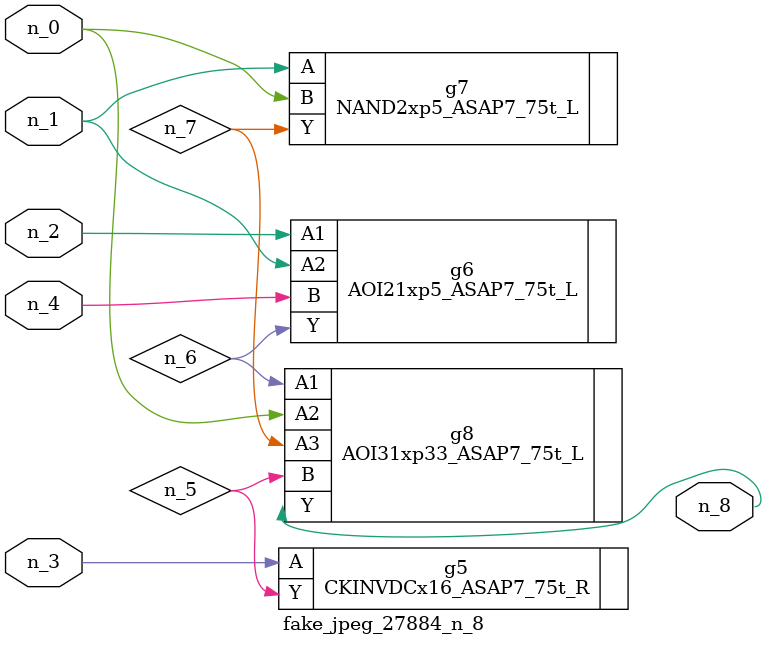
<source format=v>
module fake_jpeg_27884_n_8 (n_3, n_2, n_1, n_0, n_4, n_8);

input n_3;
input n_2;
input n_1;
input n_0;
input n_4;

output n_8;

wire n_6;
wire n_5;
wire n_7;

CKINVDCx16_ASAP7_75t_R g5 ( 
.A(n_3),
.Y(n_5)
);

AOI21xp5_ASAP7_75t_L g6 ( 
.A1(n_2),
.A2(n_1),
.B(n_4),
.Y(n_6)
);

NAND2xp5_ASAP7_75t_L g7 ( 
.A(n_1),
.B(n_0),
.Y(n_7)
);

AOI31xp33_ASAP7_75t_L g8 ( 
.A1(n_6),
.A2(n_0),
.A3(n_7),
.B(n_5),
.Y(n_8)
);


endmodule
</source>
